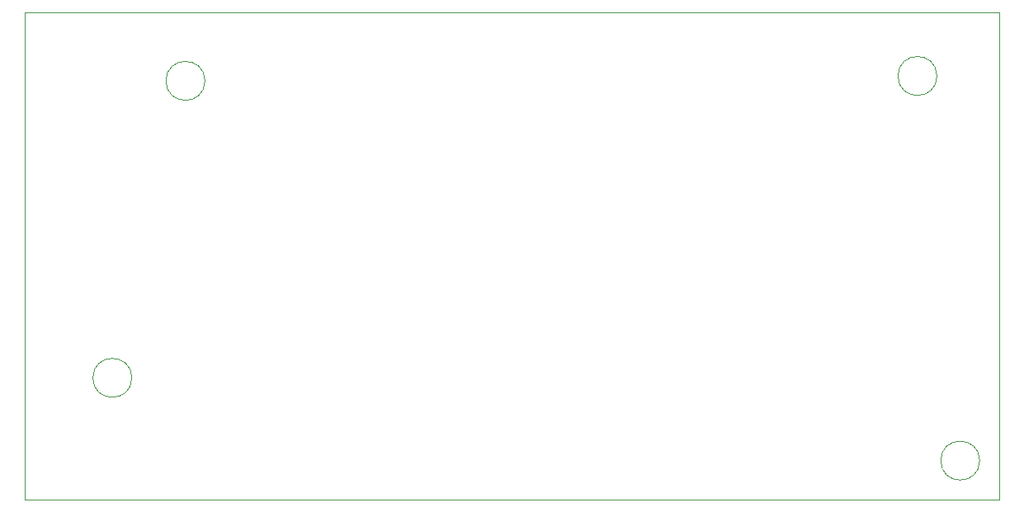
<source format=gbr>
%TF.GenerationSoftware,KiCad,Pcbnew,9.0.6*%
%TF.CreationDate,2025-11-16T18:38:51-05:00*%
%TF.ProjectId,Clock Module,436c6f63-6b20-44d6-9f64-756c652e6b69,rev?*%
%TF.SameCoordinates,Original*%
%TF.FileFunction,Profile,NP*%
%FSLAX46Y46*%
G04 Gerber Fmt 4.6, Leading zero omitted, Abs format (unit mm)*
G04 Created by KiCad (PCBNEW 9.0.6) date 2025-11-16 18:38:51*
%MOMM*%
%LPD*%
G01*
G04 APERTURE LIST*
%TA.AperFunction,Profile*%
%ADD10C,0.050000*%
%TD*%
G04 APERTURE END LIST*
D10*
X249000000Y-68000000D02*
G75*
G02*
X245000000Y-68000000I-2000000J0D01*
G01*
X245000000Y-68000000D02*
G75*
G02*
X249000000Y-68000000I2000000J0D01*
G01*
X244611985Y-28500000D02*
G75*
G02*
X240611985Y-28500000I-2000000J0D01*
G01*
X240611985Y-28500000D02*
G75*
G02*
X244611985Y-28500000I2000000J0D01*
G01*
X162000000Y-59500000D02*
G75*
G02*
X158000000Y-59500000I-2000000J0D01*
G01*
X158000000Y-59500000D02*
G75*
G02*
X162000000Y-59500000I2000000J0D01*
G01*
X151000000Y-22000000D02*
X251000000Y-22000000D01*
X251000000Y-72000000D01*
X151000000Y-72000000D01*
X151000000Y-22000000D01*
X169500000Y-29000000D02*
G75*
G02*
X165500000Y-29000000I-2000000J0D01*
G01*
X165500000Y-29000000D02*
G75*
G02*
X169500000Y-29000000I2000000J0D01*
G01*
M02*

</source>
